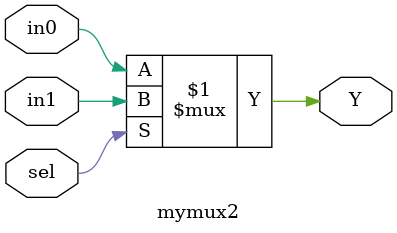
<source format=v>
`timescale 1ns / 1ps
module mymux2(in0, in1, sel, Y);
    input in0;
    input in1;
    input sel;
    output Y;
    
	 assign Y = sel ? in1 : in0;

endmodule

</source>
